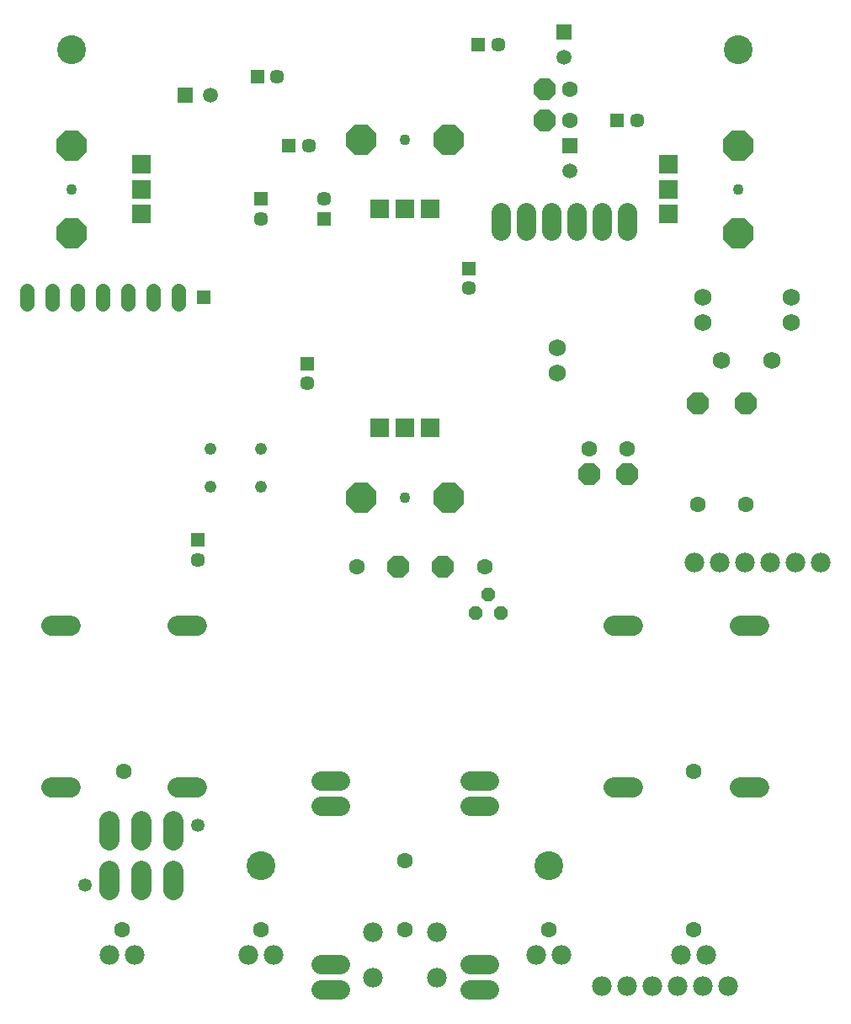
<source format=gbr>
G04 EAGLE Gerber X2 export*
%TF.Part,Single*%
%TF.FileFunction,Soldermask,Bot,1*%
%TF.FilePolarity,Positive*%
%TF.GenerationSoftware,Autodesk,EAGLE,9.2.2*%
%TF.CreationDate,2019-04-19T13:43:21Z*%
G75*
%MOMM*%
%FSLAX34Y34*%
%LPD*%
%INSoldermask Bottom*%
%AMOC8*
5,1,8,0,0,1.08239X$1,22.5*%
G01*
%ADD10R,1.451600X1.451600*%
%ADD11C,1.451600*%
%ADD12C,1.752600*%
%ADD13C,1.244600*%
%ADD14C,1.509600*%
%ADD15R,1.509600X1.509600*%
%ADD16C,1.981200*%
%ADD17R,1.981200X1.981200*%
%ADD18P,3.357141X8X22.500000*%
%ADD19C,1.101600*%
%ADD20R,1.422400X1.422400*%
%ADD21C,1.422400*%
%ADD22P,3.357141X8X112.500000*%
%ADD23P,3.357141X8X202.500000*%
%ADD24P,3.357141X8X292.500000*%
%ADD25C,2.051600*%
%ADD26P,2.446851X8X22.500000*%
%ADD27C,1.351600*%
%ADD28C,1.981200*%
%ADD29C,2.901600*%
%ADD30P,1.539592X8X22.500000*%
%ADD31C,1.601600*%
%ADD32P,2.446851X8X202.500000*%


D10*
X343874Y644664D03*
D11*
X343874Y624664D03*
D10*
X360700Y790100D03*
D11*
X360700Y810100D03*
D10*
X297200Y810100D03*
D11*
X297200Y790100D03*
D12*
X595650Y635000D03*
X595650Y660400D03*
D10*
X325300Y863600D03*
D11*
X345300Y863600D03*
D13*
X296800Y520700D03*
X246800Y520700D03*
D10*
X293550Y933450D03*
D11*
X313550Y933450D03*
D14*
X246400Y914400D03*
D15*
X221000Y914400D03*
D16*
X538500Y796798D02*
X538500Y778002D01*
X563900Y778002D02*
X563900Y796798D01*
X589300Y796798D02*
X589300Y778002D01*
X614700Y778002D02*
X614700Y796798D01*
X640100Y796798D02*
X640100Y778002D01*
X665500Y778002D02*
X665500Y796798D01*
D17*
X177000Y845000D03*
X177000Y820000D03*
X177000Y795000D03*
D18*
X107000Y864000D03*
X107000Y776000D03*
D19*
X107000Y820000D03*
D20*
X240050Y711200D03*
D21*
X214650Y717804D02*
X214650Y704596D01*
X189250Y704596D02*
X189250Y717804D01*
X163850Y717804D02*
X163850Y704596D01*
X138450Y704596D02*
X138450Y717804D01*
X113050Y717804D02*
X113050Y704596D01*
X87650Y704596D02*
X87650Y717804D01*
X62250Y717804D02*
X62250Y704596D01*
D12*
X760750Y647700D03*
X811550Y647700D03*
D17*
X417000Y580000D03*
X442000Y580000D03*
X467000Y580000D03*
D22*
X398000Y510000D03*
X486000Y510000D03*
D19*
X442000Y510000D03*
D17*
X707000Y795000D03*
X707000Y820000D03*
X707000Y845000D03*
D23*
X777000Y776000D03*
X777000Y864000D03*
D19*
X777000Y820000D03*
D17*
X467000Y800000D03*
X442000Y800000D03*
X417000Y800000D03*
D24*
X486000Y870000D03*
X398000Y870000D03*
D19*
X442000Y870000D03*
D25*
X106250Y218850D02*
X86750Y218850D01*
X86750Y381150D02*
X106250Y381150D01*
X213750Y218850D02*
X233250Y218850D01*
X233250Y381150D02*
X213750Y381150D01*
X778750Y381150D02*
X798250Y381150D01*
X798250Y218850D02*
X778750Y218850D01*
X671250Y381150D02*
X651750Y381150D01*
X651750Y218850D02*
X671250Y218850D01*
D10*
X655500Y889000D03*
D11*
X675500Y889000D03*
D10*
X515800Y965200D03*
D11*
X535800Y965200D03*
D14*
X608350Y838200D03*
D15*
X608350Y863600D03*
D14*
X602000Y952500D03*
D15*
X602000Y977900D03*
D10*
X233700Y467200D03*
D11*
X233700Y447200D03*
D13*
X296800Y558800D03*
X246800Y558800D03*
D26*
X627400Y533400D03*
X665500Y533400D03*
X582950Y920750D03*
X582950Y889000D03*
D25*
X145000Y135000D02*
X145000Y115500D01*
X177000Y115500D02*
X177000Y135000D01*
X209000Y135000D02*
X209000Y115500D01*
X209000Y165000D02*
X209000Y184500D01*
X177000Y184500D02*
X177000Y165000D01*
X145000Y165000D02*
X145000Y184500D01*
D27*
X120000Y120000D03*
X234000Y180000D03*
D28*
X474512Y72606D03*
X409488Y72606D03*
X474512Y27394D03*
X409488Y27394D03*
X170200Y50000D03*
X144800Y50000D03*
X309900Y50000D03*
X284500Y50000D03*
X599700Y50000D03*
X574300Y50000D03*
X744700Y50000D03*
X719300Y50000D03*
D29*
X107000Y960000D03*
X777000Y960000D03*
D30*
X538500Y393700D03*
X525800Y412750D03*
X513100Y393700D03*
D12*
X741700Y711200D03*
X741700Y685800D03*
X830600Y711200D03*
X830600Y685800D03*
D29*
X297000Y140000D03*
X587000Y140000D03*
D10*
X506750Y740250D03*
D11*
X506750Y720250D03*
D31*
X608350Y889000D03*
X608350Y920750D03*
X627400Y558800D03*
X665500Y558800D03*
D32*
X785183Y604258D03*
D26*
X736512Y604258D03*
D31*
X785183Y502936D03*
X736512Y502936D03*
X393696Y440002D03*
X522315Y440002D03*
D26*
X435510Y440002D03*
X480500Y440002D03*
D16*
X507602Y200000D02*
X526398Y200000D01*
X526398Y225400D02*
X507602Y225400D01*
X376398Y200000D02*
X357602Y200000D01*
X357602Y225400D02*
X376398Y225400D01*
X507602Y15000D02*
X526398Y15000D01*
X526398Y40400D02*
X507602Y40400D01*
X376398Y15000D02*
X357602Y15000D01*
X357602Y40400D02*
X376398Y40400D01*
D28*
X766746Y18896D03*
X741346Y18896D03*
X715946Y18896D03*
X690546Y18896D03*
X665146Y18896D03*
X639746Y18896D03*
X860263Y444561D03*
X834863Y444561D03*
X809463Y444561D03*
X784063Y444561D03*
X758663Y444561D03*
X733263Y444561D03*
D31*
X157500Y75000D03*
X297200Y75000D03*
X587000Y75000D03*
X732000Y75000D03*
X159511Y235000D03*
X732000Y235000D03*
X442000Y75000D03*
X442000Y145000D03*
M02*

</source>
